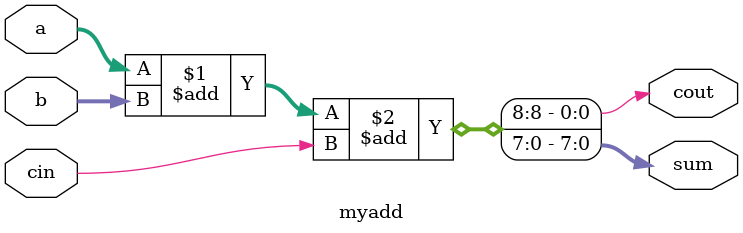
<source format=v>
`timescale 1ns / 1ps
module myadd(a, b, cin, sum, cout);
	 parameter N = 8; //this is the adder size, modify it when necessary
    input [N-1:0] a;
    input [N-1:0] b;
    input cin;
    output [N-1:0] sum;
    output cout;

	 assign {cout, sum} = a + b + cin; // combined 5 bit vector is the arithmetic sum of the 3 inputs

endmodule

</source>
